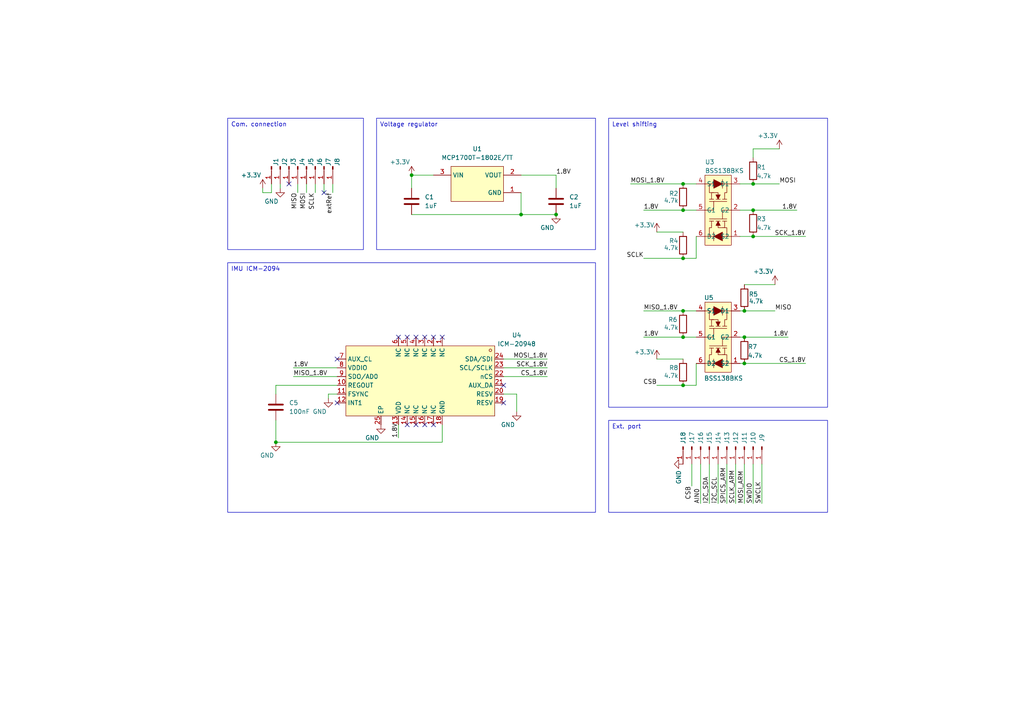
<source format=kicad_sch>
(kicad_sch (version 20231120) (generator "eeschema") (generator_version "8.0")
  (paper "A4")
  (title_block (title "IMU ICM2094") (date "2024-03-30") (rev "v1.0"))
  (lib_symbols
    (symbol "00_lcsc:BSS138BKS"
      (property "Reference" "U" (at 2.54 6.35 0))
      (property "Value" "BSS138BKS" (at 7.62 3.81 0))
      (symbol "BSS138BKS_0_1"
        (polyline (pts (xy 2.54 -7.62) (xy 3.81 -7.62)))
        (polyline (pts (xy 3.81 -15.24) (xy 2.54 -15.24)))
        (polyline (pts (xy 3.81 -10.16) (xy 8.89 -10.16)))
        (polyline (pts (xy 3.81 0) (xy 2.54 0)))
        (polyline (pts (xy 4.445 -10.795) (xy 4.445 -12.065)))
        (polyline (pts (xy 4.445 -3.175) (xy 4.445 -4.445)))
        (polyline (pts (xy 5.08 -16.51) (xy 5.08 -13.97)))
        (polyline (pts (xy 5.08 -15.24) (xy 3.81 -15.24)))
        (polyline (pts (xy 5.08 -10.795) (xy 3.81 -10.795)))
        (polyline (pts (xy 5.08 -4.445) (xy 3.81 -4.445)))
        (polyline (pts (xy 5.08 0) (xy 3.81 0)))
        (polyline (pts (xy 5.715 -4.445) (xy 6.985 -4.445)))
        (polyline (pts (xy 6.985 -10.795) (xy 5.715 -10.795)))
        (polyline (pts (xy 7.62 -15.24) (xy 8.89 -15.24)))
        (polyline (pts (xy 7.62 -10.795) (xy 8.89 -10.795)))
        (polyline (pts (xy 7.62 -4.445) (xy 8.89 -4.445)))
        (polyline (pts (xy 7.62 0) (xy 8.89 0)))
        (polyline (pts (xy 7.62 1.27) (xy 7.62 -1.27)))
        (polyline (pts (xy 8.255 -12.065) (xy 8.255 -10.795)))
        (polyline (pts (xy 8.255 -4.445) (xy 8.255 -3.175)))
        (polyline (pts (xy 8.89 -7.62) (xy 10.16 -7.62)))
        (polyline (pts (xy 8.89 -5.08) (xy 3.81 -5.08)))
        (polyline (pts (xy 10.16 -15.24) (xy 8.89 -15.24)))
        (polyline (pts (xy 10.16 0) (xy 8.89 0)))
        (polyline (pts (xy 3.81 0) (xy 3.81 -2.54) (xy 5.08 -2.54)))
        (polyline (pts (xy 5.08 -5.08) (xy 5.08 -7.62) (xy 3.81 -7.62)))
        (polyline (pts (xy 8.89 -15.24) (xy 8.89 -12.7) (xy 7.62 -12.7)))
        (polyline (pts (xy 8.89 -7.62) (xy 7.62 -7.62) (xy 7.62 -10.16)))
        (polyline (pts (xy 4.445 -12.065) (xy 4.445 -12.7) (xy 3.81 -12.7) (xy 3.81 -15.24)))
        (polyline (pts (xy 5.08 1.27) (xy 5.08 -1.27) (xy 7.62 0) (xy 5.08 1.27)) (fill (type outline)))
        (polyline (pts (xy 5.715 -3.175) (xy 6.35 -4.445) (xy 6.985 -3.175) (xy 5.715 -3.175)) (fill (type outline)))
        (polyline (pts (xy 6.35 -12.065) (xy 6.35 -12.7) (xy 8.255 -12.7) (xy 8.255 -12.065)))
        (polyline (pts (xy 6.35 -3.175) (xy 6.35 -2.54) (xy 4.445 -2.54) (xy 4.445 -3.175)))
        (polyline (pts (xy 6.985 -12.065) (xy 6.35 -10.795) (xy 5.715 -12.065) (xy 6.985 -12.065)) (fill (type outline)))
        (polyline (pts (xy 7.62 -16.51) (xy 7.62 -13.97) (xy 5.08 -15.24) (xy 7.62 -16.51)) (fill (type outline)))
        (polyline (pts (xy 8.255 -3.175) (xy 8.255 -2.54) (xy 8.89 -2.54) (xy 8.89 0)))
        (rectangle (start 2.54 2.54) (end 10.16 -17.78) (fill (type background)))
      )
      (symbol "BSS138BKS_1_1"
        (pin input line (at 12.7 -15.24 180) (length 2.54) (name "S2") (number "1"))
        (pin input line (at 12.7 -7.62 180) (length 2.54) (name "G2") (number "2"))
        (pin output line (at 12.7 0 180) (length 2.54) (name "D1") (number "3"))
        (pin input line (at 0 0 0) (length 2.54) (name "S1") (number "4"))
        (pin input line (at 0 -7.62 0) (length 2.54) (name "G1") (number "5"))
        (pin output line (at 0 -15.24 0) (length 2.54) (name "D2") (number "6"))
      )
    )
    (symbol "00_lcsc:ICM-20948"
      (property "Reference" "U" (at 0 29.21 0))
      (property "Value" "ICM-20948" (at 0 -29.21 0))
      (symbol "ICM-20948_0_1"
        (rectangle (start -10.16 21.59) (end 10.16 -21.59) (fill (type background)))
        (circle (center -8.89 20.32) (radius 0.38))
        (pin unspecified line (at -12.7 6.35 0) (length 2.54) (name "NC") (number "1"))
        (pin unspecified line (at 1.27 -24.13 90) (length 2.54) (name "REGOUT") (number "10"))
        (pin unspecified line (at 3.81 -24.13 90) (length 2.54) (name "FSYNC") (number "11"))
        (pin unspecified line (at 6.35 -24.13 90) (length 2.54) (name "INT1") (number "12"))
        (pin unspecified line (at 12.7 -6.35 180) (length 2.54) (name "VDD") (number "13"))
        (pin unspecified line (at 12.7 -3.81 180) (length 2.54) (name "NC") (number "14"))
        (pin unspecified line (at 12.7 -1.27 180) (length 2.54) (name "NC") (number "15"))
        (pin unspecified line (at 12.7 1.27 180) (length 2.54) (name "NC") (number "16"))
        (pin unspecified line (at 12.7 3.81 180) (length 2.54) (name "NC") (number "17"))
        (pin unspecified line (at 12.7 6.35 180) (length 2.54) (name "GND") (number "18"))
        (pin unspecified line (at 6.35 24.13 270) (length 2.54) (name "RESV") (number "19"))
        (pin unspecified line (at -12.7 3.81 0) (length 2.54) (name "NC") (number "2"))
        (pin unspecified line (at 3.81 24.13 270) (length 2.54) (name "RESV") (number "20"))
        (pin unspecified line (at 1.27 24.13 270) (length 2.54) (name "AUX_DA") (number "21"))
        (pin unspecified line (at -1.27 24.13 270) (length 2.54) (name "nCS") (number "22"))
        (pin unspecified line (at -3.81 24.13 270) (length 2.54) (name "SCL/SCLK") (number "23"))
        (pin unspecified line (at -6.35 24.13 270) (length 2.54) (name "SDA/SDI") (number "24"))
        (pin unspecified line (at 12.7 -11.43 180) (length 2.54) (name "EP") (number "25"))
        (pin unspecified line (at -12.7 1.27 0) (length 2.54) (name "NC") (number "3"))
        (pin unspecified line (at -12.7 -1.27 0) (length 2.54) (name "NC") (number "4"))
        (pin unspecified line (at -12.7 -3.81 0) (length 2.54) (name "NC") (number "5"))
        (pin unspecified line (at -12.7 -6.35 0) (length 2.54) (name "NC") (number "6"))
        (pin unspecified line (at -6.35 -24.13 90) (length 2.54) (name "AUX_CL") (number "7"))
        (pin unspecified line (at -3.81 -24.13 90) (length 2.54) (name "VDDIO") (number "8"))
        (pin unspecified line (at -1.27 -24.13 90) (length 2.54) (name "SDO/AD0") (number "9"))
      )
    )
    (symbol "00_lcsc:MCP1700T-1802E_TT"
      (property "Reference" "U" (at 0 7.62 0))
      (property "Value" "MCP1700T-1802E/TT" (at 0 -7.62 0))
      (symbol "MCP1700T-1802E_TT_0_1"
        (rectangle (start -7.62 5.08) (end 7.62 -5.08) (fill (type background)))
        (pin power_in line (at 12.7 -2.54 180) (length 5.08) (name "GND") (number "1"))
        (pin power_in line (at 12.7 2.54 180) (length 5.08) (name "VOUT") (number "2"))
        (pin power_in line (at -12.7 2.54 0) (length 5.08) (name "VIN") (number "3"))
      )
    )
    (symbol "Connector:Conn_01x01_Pin" (pin_names (offset 1.016) hide)
      (property "Reference" "J" (at 0 2.54 0))
      (property "Value" "Conn_01x01_Pin" (at 0 -2.54 0))
      (symbol "Conn_01x01_Pin_1_1"
        (polyline (pts (xy 1.27 0) (xy 0.8636 0)) (stroke (width 0.1524)))
        (rectangle (start 0.8636 0.127) (end 0 -0.127) (stroke (width 0.1524)) (fill (type outline)))
        (pin passive line (at 5.08 0 180) (length 3.81) (name "Pin_1") (number "1"))
      )
    )
    (symbol "Device:C" (pin_numbers hide) (pin_names (offset 0.254))
      (property "Reference" "C" (at 0.635 2.54 0))
      (property "Value" "C" (at 0.635 -2.54 0))
      (symbol "C_0_1"
        (polyline (pts (xy -2.032 -0.762) (xy 2.032 -0.762)) (stroke (width 0.508)))
        (polyline (pts (xy -2.032 0.762) (xy 2.032 0.762)) (stroke (width 0.508)))
      )
      (symbol "C_1_1"
        (pin passive line (at 0 3.81 270) (length 2.794) (name "~") (number "1"))
        (pin passive line (at 0 -3.81 90) (length 2.794) (name "~") (number "2"))
      )
    )
    (symbol "Device:R" (pin_numbers hide) (pin_names (offset 0))
      (property "Reference" "R" (at 2.032 0 90))
      (property "Value" "R" (at 0 0 90))
      (symbol "R_0_1"
        (rectangle (start -1.016 -2.54) (end 1.016 2.54) (stroke (width 0.254)))
      )
      (symbol "R_1_1"
        (pin passive line (at 0 3.81 270) (length 1.27) (name "~") (number "1"))
        (pin passive line (at 0 -3.81 90) (length 1.27) (name "~") (number "2"))
      )
    )
    (symbol "power:+3.3V" (power) (pin_names (offset 0))
      (property "Value" "+3.3V" (at 0 3.556 0))
      (symbol "+3.3V_0_1"
        (polyline (pts (xy -0.762 1.27) (xy 0 2.54)))
        (polyline (pts (xy 0 0) (xy 0 2.54)))
        (polyline (pts (xy 0 2.54) (xy 0.762 1.27)))
      )
      (symbol "+3.3V_1_1"
        (pin power_in line (at 0 0 90) (length 0) hide (name "+3.3V") (number "1"))
      )
    )
    (symbol "power:GND" (power) (pin_names (offset 0))
      (property "Value" "GND" (at 0 -3.81 0))
      (symbol "GND_0_1"
        (polyline (pts (xy 0 0) (xy 0 -1.27) (xy 1.27 -1.27) (xy 0 -2.54) (xy -1.27 -1.27) (xy 0 -1.27)))
      )
      (symbol "GND_1_1"
        (pin power_in line (at 0 0 270) (length 0) hide (name "GND") (number "1"))
      )
    )
  )
  (junction (at 215.9 105.41))
  (junction (at 218.44 53.34))
  (junction (at 218.44 60.96))
  (junction (at 161.29 62.23))
  (junction (at 80.01 128.27))
  (junction (at 215.9 90.17))
  (junction (at 151.13 62.23))
  (junction (at 198.12 53.34))
  (junction (at 119.38 50.8))
  (junction (at 198.12 90.17))
  (junction (at 198.12 97.79))
  (junction (at 198.12 111.76))
  (junction (at 215.9 97.79))
  (junction (at 198.12 60.96))
  (junction (at 218.44 68.58))
  (junction (at 198.12 74.93))
  (no_connect (at 125.73 97.79))
  (no_connect (at 118.11 123.19))
  (no_connect (at 97.79 116.84))
  (no_connect (at 146.05 116.84))
  (no_connect (at 83.82 53.34))
  (no_connect (at 128.27 97.79))
  (no_connect (at 123.19 123.19))
  (no_connect (at 93.98 55.88))
  (no_connect (at 120.65 123.19))
  (no_connect (at 125.73 123.19))
  (no_connect (at 118.11 97.79))
  (no_connect (at 120.65 97.79))
  (no_connect (at 115.57 97.79))
  (no_connect (at 146.05 111.76))
  (no_connect (at 123.19 97.79))
  (no_connect (at 97.79 104.14))
  (wire (pts (xy 186.69 97.79) (xy 198.12 97.79)))
  (wire (pts (xy 215.9 134.62) (xy 215.9 146.05)))
  (wire (pts (xy 201.93 111.76) (xy 198.12 111.76)))
  (wire (pts (xy 210.82 134.62) (xy 210.82 146.05)))
  (wire (pts (xy 215.9 97.79) (xy 228.6 97.79)))
  (wire (pts (xy 88.9 53.34) (xy 88.9 55.88)))
  (wire (pts (xy 119.38 50.8) (xy 119.38 54.61)))
  (wire (pts (xy 149.86 119.38) (xy 149.86 114.3)))
  (wire (pts (xy 218.44 53.34) (xy 214.63 53.34)))
  (wire (pts (xy 186.69 60.96) (xy 198.12 60.96)))
  (wire (pts (xy 85.09 109.22) (xy 97.79 109.22)))
  (wire (pts (xy 214.63 90.17) (xy 215.9 90.17)))
  (wire (pts (xy 215.9 105.41) (xy 233.68 105.41)))
  (wire (pts (xy 198.12 90.17) (xy 201.93 90.17)))
  (wire (pts (xy 96.52 53.34) (xy 96.52 55.88)))
  (wire (pts (xy 203.2 134.62) (xy 203.2 146.05)))
  (wire (pts (xy 218.44 60.96) (xy 214.63 60.96)))
  (wire (pts (xy 218.44 68.58) (xy 233.68 68.58)))
  (wire (pts (xy 198.12 74.93) (xy 186.69 74.93)))
  (wire (pts (xy 91.44 53.34) (xy 91.44 55.88)))
  (wire (pts (xy 201.93 111.76) (xy 201.93 105.41)))
  (wire (pts (xy 128.27 123.19) (xy 128.27 128.27)))
  (wire (pts (xy 218.44 43.18) (xy 218.44 45.72)))
  (wire (pts (xy 190.5 111.76) (xy 198.12 111.76)))
  (wire (pts (xy 198.12 53.34) (xy 201.93 53.34)))
  (wire (pts (xy 97.79 111.76) (xy 80.01 111.76)))
  (wire (pts (xy 213.36 134.62) (xy 213.36 146.05)))
  (wire (pts (xy 76.2 55.88) (xy 78.74 55.88)))
  (wire (pts (xy 119.38 62.23) (xy 151.13 62.23)))
  (wire (pts (xy 218.44 68.58) (xy 214.63 68.58)))
  (wire (pts (xy 161.29 50.8) (xy 151.13 50.8)))
  (wire (pts (xy 214.63 105.41) (xy 215.9 105.41)))
  (wire (pts (xy 158.75 106.68) (xy 146.05 106.68)))
  (wire (pts (xy 119.38 50.8) (xy 125.73 50.8)))
  (wire (pts (xy 158.75 109.22) (xy 146.05 109.22)))
  (wire (pts (xy 198.12 104.14) (xy 190.5 104.14)))
  (wire (pts (xy 208.28 134.62) (xy 208.28 146.05)))
  (wire (pts (xy 151.13 62.23) (xy 161.29 62.23)))
  (wire (pts (xy 85.09 106.68) (xy 97.79 106.68)))
  (wire (pts (xy 214.63 97.79) (xy 215.9 97.79)))
  (wire (pts (xy 80.01 128.27) (xy 80.01 121.92)))
  (wire (pts (xy 161.29 50.8) (xy 161.29 54.61)))
  (wire (pts (xy 201.93 74.93) (xy 201.93 68.58)))
  (wire (pts (xy 224.79 82.55) (xy 215.9 82.55)))
  (wire (pts (xy 220.98 134.62) (xy 220.98 146.05)))
  (wire (pts (xy 218.44 43.18) (xy 226.06 43.18)))
  (wire (pts (xy 86.36 53.34) (xy 86.36 55.88)))
  (wire (pts (xy 218.44 134.62) (xy 218.44 146.05)))
  (wire (pts (xy 201.93 74.93) (xy 198.12 74.93)))
  (wire (pts (xy 115.57 127) (xy 115.57 123.19)))
  (wire (pts (xy 81.28 54.61) (xy 81.28 53.34)))
  (wire (pts (xy 151.13 55.88) (xy 151.13 62.23)))
  (wire (pts (xy 190.5 67.31) (xy 198.12 67.31)))
  (wire (pts (xy 218.44 53.34) (xy 226.06 53.34)))
  (wire (pts (xy 78.74 53.34) (xy 78.74 55.88)))
  (wire (pts (xy 182.88 53.34) (xy 198.12 53.34)))
  (wire (pts (xy 205.74 134.62) (xy 205.74 146.05)))
  (wire (pts (xy 158.75 104.14) (xy 146.05 104.14)))
  (wire (pts (xy 80.01 111.76) (xy 80.01 114.3)))
  (wire (pts (xy 215.9 90.17) (xy 224.79 90.17)))
  (wire (pts (xy 149.86 114.3) (xy 146.05 114.3)))
  (wire (pts (xy 95.25 114.3) (xy 95.25 115.57)))
  (wire (pts (xy 186.69 90.17) (xy 198.12 90.17)))
  (wire (pts (xy 200.66 134.62) (xy 200.66 140.97)))
  (wire (pts (xy 93.98 53.34) (xy 93.98 55.88)))
  (wire (pts (xy 97.79 114.3) (xy 95.25 114.3)))
  (wire (pts (xy 198.12 97.79) (xy 201.93 97.79)))
  (wire (pts (xy 76.2 54.61) (xy 76.2 55.88)))
  (wire (pts (xy 128.27 128.27) (xy 80.01 128.27)))
  (wire (pts (xy 198.12 60.96) (xy 201.93 60.96)))
  (wire (pts (xy 231.14 60.96) (xy 218.44 60.96)))
  (text_box "Com. connection" (at 66.04 34.29 0) (size 39.37 38.1) (effects (font (size 1.27 1.27)) (justify left top)))
  (text_box "Ext. port" (at 176.53 121.92 0) (size 63.5 26.67) (effects (font (size 1.27 1.27)) (justify left top)))
  (text_box "Level shifting" (at 176.53 34.29 0) (size 63.5 83.82) (effects (font (size 1.27 1.27)) (justify left top)))
  (text_box "Voltage regulator" (at 109.22 34.29 0) (size 63.5 38.1) (effects (font (size 1.27 1.27)) (justify left top)))
  (text_box "IMU ICM-2094" (at 66.04 76.2 0) (size 106.68 72.39) (effects (font (size 1.27 1.27)) (justify left top)))
  (label "SCK_1.8V" (at 233.68 68.58 180))
  (label "MISO" (at 224.79 90.17 0))
  (label "MOSI" (at 226.06 53.34 0))
  (label "AIN0" (at 203.2 146.05 90))
  (label "1.8V" (at 115.57 127 90))
  (label "SCLK_ARM" (at 213.36 146.05 90))
  (label "MOSI_ARM" (at 215.9 146.05 90))
  (label "MISO_1.8V" (at 85.09 109.22 0))
  (label "SPICS_ARM" (at 210.82 146.05 90))
  (label "1.8V" (at 231.14 60.96 180))
  (label "CS_1.8V" (at 233.68 105.41 180))
  (label "I2C_SDA" (at 205.74 146.05 90))
  (label "i2C_SCL" (at 208.28 146.05 90))
  (label "SWCLK" (at 220.98 146.05 90))
  (label "CSB" (at 190.5 111.76 180))
  (label "MOSI" (at 88.9 55.88 270))
  (label "MOSI_1.8V" (at 158.75 104.14 180))
  (label "MISO_1.8V" (at 186.69 90.17 0))
  (label "MOSI_1.8V" (at 182.88 53.34 0))
  (label "SWDIO" (at 218.44 146.05 90))
  (label "1.8V" (at 186.69 97.79 0))
  (label "CS_1.8V" (at 158.75 109.22 180))
  (label "SCLK" (at 186.69 74.93 180))
  (label "1.8V" (at 161.29 50.8 0))
  (label "1.8V" (at 228.6 97.79 180))
  (label "CSB" (at 200.66 140.97 270))
  (label "1.8V" (at 85.09 106.68 0))
  (label "extRef" (at 96.52 55.88 270))
  (label "1.8V" (at 186.69 60.96 0))
  (label "SCK_1.8V" (at 158.75 106.68 180))
  (label "SCLK" (at 91.44 55.88 270))
  (label "MISO" (at 86.36 55.88 270))
  (symbol (lib_id "power:GND") (at 81.28 54.61 0) (unit 1)
    (property "Reference" "#PWR07" (effects (hide yes)))
    (property "Value" "GND" (at 78.74 58.42 0))
  )
  (symbol (lib_id "power:+3.3V") (at 190.5 104.14 0) (unit 1)
    (property "Reference" "#PWR05" (effects (hide yes)))
    (property "Value" "+3.3V" (at 183.896 102.108 0) (effects (justify left)))
  )
  (symbol (lib_id "Device:R") (at 218.44 49.53 0) (unit 1)
    (property "Reference" "R1" (at 219.456 48.514 0) (effects (justify left)))
    (property "Value" "4.7k" (at 219.456 51.054 0) (effects (justify left)))
    (property "Footprint" "Resistor_SMD:R_0402_1005Metric" (effects (hide yes)))
  )
  (symbol (lib_id "power:GND") (at 95.25 115.57 0) (unit 1)
    (property "Reference" "#PWR010" (effects (hide yes)))
    (property "Value" "GND" (at 92.71 119.38 0))
  )
  (symbol (lib_id "Connector:Conn_01x01_Pin") (at 81.28 48.26 270) (unit 1)
    (property "Reference" "J2" (at 82.55 46.99 0))
    (property "Value" "Conn_01x01_Pin" (effects (hide yes)))
    (property "Footprint" "00_custom-footprints:PinHeader_1x01_P1.27mm_Vertical" (effects (hide yes)))
  )
  (symbol (lib_id "Connector:Conn_01x01_Pin") (at 205.74 129.54 270) (unit 1)
    (property "Reference" "J15" (at 205.74 127 0))
    (property "Value" "Conn_01x01_Pin" (effects (hide yes)))
    (property "Footprint" "00_custom-footprints:PinHeader_1x01_P1.27mm_Vertical" (effects (hide yes)))
  )
  (symbol (lib_id "Device:C") (at 119.38 58.42 0) (unit 1)
    (property "Reference" "C1" (at 123.19 57.15 0) (effects (justify left)))
    (property "Value" "1uF" (at 123.19 59.69 0) (effects (justify left)))
    (property "Footprint" "Capacitor_SMD:C_0402_1005Metric" (effects (hide yes)))
  )
  (symbol (lib_id "Connector:Conn_01x01_Pin") (at 198.12 129.54 270) (unit 1)
    (property "Reference" "J18" (at 198.12 127 0))
    (property "Value" "Conn_01x01_Pin" (effects (hide yes)))
    (property "Footprint" "00_custom-footprints:PinHeader_1x01_P1.27mm_Vertical" (effects (hide yes)))
  )
  (symbol (lib_id "Connector:Conn_01x01_Pin") (at 78.74 48.26 270) (unit 1)
    (property "Reference" "J1" (at 80.01 46.99 0))
    (property "Value" "Conn_01x01_Pin" (effects (hide yes)))
    (property "Footprint" "00_custom-footprints:PinHeader_1x01_P1.27mm_Vertical" (effects (hide yes)))
  )
  (symbol (lib_id "power:GND") (at 198.12 134.62 270) (unit 1)
    (property "Reference" "#PWR013" (effects (hide yes)))
    (property "Value" "GND" (at 196.85 138.43 0))
  )
  (symbol (lib_id "Connector:Conn_01x01_Pin") (at 218.44 129.54 270) (unit 1)
    (property "Reference" "J10" (at 218.44 127 0))
    (property "Value" "Conn_01x01_Pin" (effects (hide yes)))
    (property "Footprint" "00_custom-footprints:PinHeader_1x01_P1.27mm_Vertical" (effects (hide yes)))
  )
  (symbol (lib_id "power:GND") (at 161.29 62.23 0) (unit 1)
    (property "Reference" "#PWR08" (effects (hide yes)))
    (property "Value" "GND" (at 158.75 66.04 0))
  )
  (symbol (lib_id "Device:R") (at 218.44 64.77 0) (unit 1)
    (property "Reference" "R3" (at 219.456 63.5 0) (effects (justify left)))
    (property "Value" "4.7k" (at 219.456 66.04 0) (effects (justify left)))
    (property "Footprint" "Resistor_SMD:R_0402_1005Metric" (effects (hide yes)))
  )
  (symbol (lib_id "Device:R") (at 198.12 71.12 0) (unit 1)
    (property "Reference" "R4" (at 194.056 69.85 0) (effects (justify left)))
    (property "Value" "4.7k" (at 192.532 71.882 0) (effects (justify left)))
    (property "Footprint" "Resistor_SMD:R_0402_1005Metric" (effects (hide yes)))
  )
  (symbol (lib_id "Connector:Conn_01x01_Pin") (at 215.9 129.54 270) (unit 1)
    (property "Reference" "J11" (at 215.9 127 0))
    (property "Value" "Conn_01x01_Pin" (effects (hide yes)))
    (property "Footprint" "00_custom-footprints:PinHeader_1x01_P1.27mm_Vertical" (effects (hide yes)))
  )
  (symbol (lib_id "00_lcsc:BSS138BKS") (at 201.93 53.34 0) (unit 1)
    (property "Reference" "U3" (at 204.47 46.99 0) (effects (justify left)))
    (property "Value" "BSS138BKS" (at 204.47 49.53 0) (effects (justify left)))
    (property "Footprint" "00_lcsc:SOT-363_L2.1-W1.3-P0.65-LS2.3-BL" (effects (hide yes)))
    (property "LCSC Part" "C5224290" (effects (hide yes)))
  )
  (symbol (lib_id "power:+3.3V") (at 76.2 54.61 0) (unit 1)
    (property "Reference" "#PWR06" (effects (hide yes)))
    (property "Value" "+3.3V" (at 69.85 50.8 0) (effects (justify left)))
  )
  (symbol (lib_id "Device:C") (at 80.01 118.11 0) (unit 1)
    (property "Reference" "C5" (at 83.82 116.84 0) (effects (justify left)))
    (property "Value" "100nF" (at 83.82 119.38 0) (effects (justify left)))
    (property "Footprint" "Capacitor_SMD:C_0402_1005Metric" (effects (hide yes)))
  )
  (symbol (lib_id "Connector:Conn_01x01_Pin") (at 203.2 129.54 270) (unit 1)
    (property "Reference" "J16" (at 203.2 127 0))
    (property "Value" "Conn_01x01_Pin" (effects (hide yes)))
    (property "Footprint" "00_custom-footprints:PinHeader_1x01_P1.27mm_Vertical" (effects (hide yes)))
  )
  (symbol (lib_id "00_lcsc:ICM-20948") (at 121.92 110.49 270) (unit 1)
    (property "Reference" "U4" (at 149.86 97.2119 90))
    (property "Value" "ICM-20948" (at 149.86 99.7519 90))
    (property "Footprint" "Package_DFN_QFN:QFN-24-1EP_3x3mm_P0.4mm_EP1.75x1.6mm" (effects (hide yes)))
    (property "LCSC Part" "C726001" (effects (hide yes)))
  )
  (symbol (lib_id "Connector:Conn_01x01_Pin") (at 200.66 129.54 270) (unit 1)
    (property "Reference" "J17" (at 200.66 127 0))
    (property "Value" "Conn_01x01_Pin" (effects (hide yes)))
    (property "Footprint" "00_custom-footprints:PinHeader_1x01_P1.27mm_Vertical" (effects (hide yes)))
  )
  (symbol (lib_id "Connector:Conn_01x01_Pin") (at 86.36 48.26 270) (unit 1)
    (property "Reference" "J4" (at 87.63 46.99 0))
    (property "Value" "Conn_01x01_Pin" (effects (hide yes)))
    (property "Footprint" "00_custom-footprints:PinHeader_1x01_P1.27mm_Vertical" (effects (hide yes)))
  )
  (symbol (lib_id "Connector:Conn_01x01_Pin") (at 93.98 48.26 270) (unit 1)
    (property "Reference" "J7" (at 95.25 46.99 0))
    (property "Value" "Conn_01x01_Pin" (effects (hide yes)))
    (property "Footprint" "00_custom-footprints:PinHeader_1x01_P1.27mm_Vertical" (effects (hide yes)))
  )
  (symbol (lib_id "power:GND") (at 80.01 128.27 0) (unit 1)
    (property "Reference" "#PWR09" (effects (hide yes)))
    (property "Value" "GND" (at 77.47 132.08 0))
  )
  (symbol (lib_id "power:+3.3V") (at 190.5 67.31 0) (unit 1)
    (property "Reference" "#PWR04" (effects (hide yes)))
    (property "Value" "+3.3V" (at 183.896 65.278 0) (effects (justify left)))
  )
  (symbol (lib_id "Device:R") (at 198.12 93.98 0) (unit 1)
    (property "Reference" "R6" (at 193.802 92.71 0) (effects (justify left)))
    (property "Value" "4.7k" (at 192.532 94.996 0) (effects (justify left)))
    (property "Footprint" "Resistor_SMD:R_0402_1005Metric" (effects (hide yes)))
  )
  (symbol (lib_id "Device:R") (at 215.9 101.6 0) (unit 1)
    (property "Reference" "R7" (at 216.916 100.584 0) (effects (justify left)))
    (property "Value" "4.7k" (at 216.916 103.124 0) (effects (justify left)))
    (property "Footprint" "Resistor_SMD:R_0402_1005Metric" (effects (hide yes)))
  )
  (symbol (lib_id "Connector:Conn_01x01_Pin") (at 96.52 48.26 270) (unit 1)
    (property "Reference" "J8" (at 97.79 46.99 0))
    (property "Value" "Conn_01x01_Pin" (effects (hide yes)))
    (property "Footprint" "00_custom-footprints:PinHeader_1x01_P1.27mm_Vertical" (effects (hide yes)))
  )
  (symbol (lib_id "power:+3.3V") (at 226.06 43.18 0) (unit 1)
    (property "Reference" "#PWR01" (effects (hide yes)))
    (property "Value" "+3.3V" (at 219.71 39.37 0) (effects (justify left)))
  )
  (symbol (lib_id "Connector:Conn_01x01_Pin") (at 213.36 129.54 270) (unit 1)
    (property "Reference" "J12" (at 213.36 127 0))
    (property "Value" "Conn_01x01_Pin" (effects (hide yes)))
    (property "Footprint" "00_custom-footprints:PinHeader_1x01_P1.27mm_Vertical" (effects (hide yes)))
  )
  (symbol (lib_id "Connector:Conn_01x01_Pin") (at 208.28 129.54 270) (unit 1)
    (property "Reference" "J14" (at 208.28 127 0))
    (property "Value" "Conn_01x01_Pin" (effects (hide yes)))
    (property "Footprint" "00_custom-footprints:PinHeader_1x01_P1.27mm_Vertical" (effects (hide yes)))
  )
  (symbol (lib_id "Device:R") (at 198.12 107.95 0) (unit 1)
    (property "Reference" "R8" (at 194.056 106.68 0) (effects (justify left)))
    (property "Value" "4.7k" (at 192.532 108.966 0) (effects (justify left)))
    (property "Footprint" "Resistor_SMD:R_0402_1005Metric" (effects (hide yes)))
  )
  (symbol (lib_id "power:GND") (at 149.86 119.38 0) (unit 1)
    (property "Reference" "#PWR011" (effects (hide yes)))
    (property "Value" "GND" (at 147.32 123.19 0))
  )
  (symbol (lib_id "power:+3.3V") (at 224.79 82.55 0) (unit 1)
    (property "Reference" "#PWR02" (effects (hide yes)))
    (property "Value" "+3.3V" (at 218.44 78.74 0) (effects (justify left)))
  )
  (symbol (lib_id "Connector:Conn_01x01_Pin") (at 210.82 129.54 270) (unit 1)
    (property "Reference" "J13" (at 210.82 127 0))
    (property "Value" "Conn_01x01_Pin" (effects (hide yes)))
    (property "Footprint" "00_custom-footprints:PinHeader_1x01_P1.27mm_Vertical" (effects (hide yes)))
  )
  (symbol (lib_id "Connector:Conn_01x01_Pin") (at 83.82 48.26 270) (unit 1)
    (property "Reference" "J3" (at 85.09 46.99 0))
    (property "Value" "Conn_01x01_Pin" (effects (hide yes)))
    (property "Footprint" "00_custom-footprints:PinHeader_1x01_P1.27mm_Vertical" (effects (hide yes)))
  )
  (symbol (lib_id "Device:R") (at 215.9 86.36 0) (unit 1)
    (property "Reference" "R5" (at 217.17 85.344 0) (effects (justify left)))
    (property "Value" "4.7k" (at 217.17 87.376 0) (effects (justify left)))
    (property "Footprint" "Resistor_SMD:R_0402_1005Metric" (effects (hide yes)))
  )
  (symbol (lib_id "Connector:Conn_01x01_Pin") (at 91.44 48.26 270) (unit 1)
    (property "Reference" "J6" (at 92.71 46.99 0))
    (property "Value" "Conn_01x01_Pin" (effects (hide yes)))
    (property "Footprint" "00_custom-footprints:PinHeader_1x01_P1.27mm_Vertical" (effects (hide yes)))
  )
  (symbol (lib_id "Device:R") (at 198.12 57.15 0) (unit 1)
    (property "Reference" "R2" (at 194.056 56.134 0) (effects (justify left)))
    (property "Value" "4.7k" (at 192.532 58.166 0) (effects (justify left)))
    (property "Footprint" "Resistor_SMD:R_0402_1005Metric" (effects (hide yes)))
  )
  (symbol (lib_id "Connector:Conn_01x01_Pin") (at 220.98 129.54 270) (unit 1)
    (property "Reference" "J9" (at 220.98 127 0))
    (property "Value" "Conn_01x01_Pin" (effects (hide yes)))
    (property "Footprint" "00_custom-footprints:PinHeader_1x01_P1.27mm_Vertical" (effects (hide yes)))
  )
  (symbol (lib_id "Connector:Conn_01x01_Pin") (at 88.9 48.26 270) (unit 1)
    (property "Reference" "J5" (at 90.17 46.99 0))
    (property "Value" "Conn_01x01_Pin" (effects (hide yes)))
    (property "Footprint" "00_custom-footprints:PinHeader_1x01_P1.27mm_Vertical" (effects (hide yes)))
  )
  (symbol (lib_id "power:GND") (at 110.49 123.19 0) (unit 1)
    (property "Reference" "#PWR012" (effects (hide yes)))
    (property "Value" "GND" (at 107.95 127 0))
  )
  (symbol (lib_id "00_lcsc:MCP1700T-1802E_TT") (at 138.43 53.34 0) (unit 1)
    (property "Reference" "U1" (at 138.43 43.18 0))
    (property "Value" "MCP1700T-1802E/TT" (at 138.43 45.72 0))
    (property "Footprint" "00_lcsc:SOT-23-3_L2.9-W1.3-P1.90-LS2.4-BR" (effects (hide yes)))
    (property "Datasheet" "https://lcsc.com/product-detail/_MICROCHIP_MCP1700T-1802E-TT_MCP1700T-1802E-TT_C150796.html" (effects (hide yes)))
    (property "LCSC Part" "C150796" (effects (hide yes)))
  )
  (symbol (lib_id "00_lcsc:BSS138BKS") (at 201.93 90.17 0) (unit 1)
    (property "Reference" "U5" (at 204.216 86.36 0) (effects (justify left)))
    (property "Value" "BSS138BKS" (at 204.216 109.728 0) (effects (justify left)))
    (property "Footprint" "00_lcsc:SOT-363_L2.1-W1.3-P0.65-LS2.3-BL" (effects (hide yes)))
    (property "LCSC Part" "C5224290" (effects (hide yes)))
  )
  (symbol (lib_id "power:+3.3V") (at 119.38 50.8 0) (unit 1)
    (property "Reference" "#PWR03" (effects (hide yes)))
    (property "Value" "+3.3V" (at 113.03 46.99 0) (effects (justify left)))
  )
  (symbol (lib_id "Device:C") (at 161.29 58.42 0) (unit 1)
    (property "Reference" "C2" (at 165.1 57.15 0) (effects (justify left)))
    (property "Value" "1uF" (at 165.1 59.69 0) (effects (justify left)))
    (property "Footprint" "Capacitor_SMD:C_0402_1005Metric" (effects (hide yes)))
  )
)
</source>
